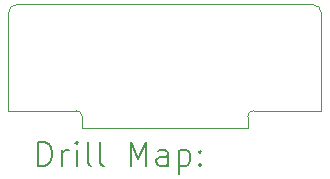
<source format=gbr>
%TF.GenerationSoftware,KiCad,Pcbnew,(6.0.7)*%
%TF.CreationDate,2022-10-27T11:42:41+02:00*%
%TF.ProjectId,FPS_AR,4650535f-4152-42e6-9b69-6361645f7063,rev?*%
%TF.SameCoordinates,Original*%
%TF.FileFunction,Drillmap*%
%TF.FilePolarity,Positive*%
%FSLAX45Y45*%
G04 Gerber Fmt 4.5, Leading zero omitted, Abs format (unit mm)*
G04 Created by KiCad (PCBNEW (6.0.7)) date 2022-10-27 11:42:41*
%MOMM*%
%LPD*%
G01*
G04 APERTURE LIST*
%ADD10C,0.100000*%
%ADD11C,0.200000*%
G04 APERTURE END LIST*
D10*
X12510000Y-7325000D02*
G75*
G03*
X12435000Y-7250000I-75000J0D01*
G01*
X11935000Y-8150000D02*
G75*
G03*
X11885000Y-8200000I0J-50000D01*
G01*
X10435000Y-8150000D02*
X9860000Y-8150000D01*
X12510000Y-8150000D02*
X12510000Y-7325000D01*
X9935000Y-7250000D02*
G75*
G03*
X9860000Y-7325000I0J-75000D01*
G01*
X9860000Y-8150000D02*
X9860000Y-7325000D01*
X10485000Y-8200000D02*
X10485000Y-8300000D01*
X10485000Y-8300000D02*
X11885000Y-8300000D01*
X10485000Y-8200000D02*
G75*
G03*
X10435000Y-8150000I-50000J0D01*
G01*
X11885000Y-8300000D02*
X11885000Y-8200000D01*
X11935000Y-8150000D02*
X12510000Y-8150000D01*
X9935000Y-7250000D02*
X12435000Y-7250000D01*
D11*
X10112619Y-8615476D02*
X10112619Y-8415476D01*
X10160238Y-8415476D01*
X10188810Y-8425000D01*
X10207857Y-8444048D01*
X10217381Y-8463095D01*
X10226905Y-8501190D01*
X10226905Y-8529762D01*
X10217381Y-8567857D01*
X10207857Y-8586905D01*
X10188810Y-8605952D01*
X10160238Y-8615476D01*
X10112619Y-8615476D01*
X10312619Y-8615476D02*
X10312619Y-8482143D01*
X10312619Y-8520238D02*
X10322143Y-8501190D01*
X10331667Y-8491667D01*
X10350714Y-8482143D01*
X10369762Y-8482143D01*
X10436429Y-8615476D02*
X10436429Y-8482143D01*
X10436429Y-8415476D02*
X10426905Y-8425000D01*
X10436429Y-8434524D01*
X10445952Y-8425000D01*
X10436429Y-8415476D01*
X10436429Y-8434524D01*
X10560238Y-8615476D02*
X10541190Y-8605952D01*
X10531667Y-8586905D01*
X10531667Y-8415476D01*
X10665000Y-8615476D02*
X10645952Y-8605952D01*
X10636429Y-8586905D01*
X10636429Y-8415476D01*
X10893571Y-8615476D02*
X10893571Y-8415476D01*
X10960238Y-8558333D01*
X11026905Y-8415476D01*
X11026905Y-8615476D01*
X11207857Y-8615476D02*
X11207857Y-8510714D01*
X11198333Y-8491667D01*
X11179286Y-8482143D01*
X11141190Y-8482143D01*
X11122143Y-8491667D01*
X11207857Y-8605952D02*
X11188809Y-8615476D01*
X11141190Y-8615476D01*
X11122143Y-8605952D01*
X11112619Y-8586905D01*
X11112619Y-8567857D01*
X11122143Y-8548810D01*
X11141190Y-8539286D01*
X11188809Y-8539286D01*
X11207857Y-8529762D01*
X11303095Y-8482143D02*
X11303095Y-8682143D01*
X11303095Y-8491667D02*
X11322143Y-8482143D01*
X11360238Y-8482143D01*
X11379286Y-8491667D01*
X11388809Y-8501190D01*
X11398333Y-8520238D01*
X11398333Y-8577381D01*
X11388809Y-8596429D01*
X11379286Y-8605952D01*
X11360238Y-8615476D01*
X11322143Y-8615476D01*
X11303095Y-8605952D01*
X11484048Y-8596429D02*
X11493571Y-8605952D01*
X11484048Y-8615476D01*
X11474524Y-8605952D01*
X11484048Y-8596429D01*
X11484048Y-8615476D01*
X11484048Y-8491667D02*
X11493571Y-8501190D01*
X11484048Y-8510714D01*
X11474524Y-8501190D01*
X11484048Y-8491667D01*
X11484048Y-8510714D01*
M02*

</source>
